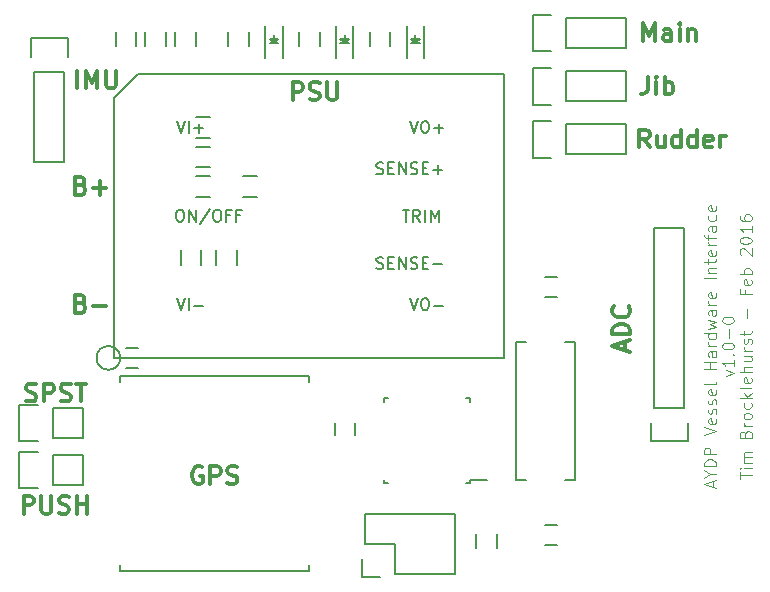
<source format=gto>
G04 #@! TF.FileFunction,Legend,Top*
%FSLAX46Y46*%
G04 Gerber Fmt 4.6, Leading zero omitted, Abs format (unit mm)*
G04 Created by KiCad (PCBNEW (2015-09-20 BZR 6203, Git 66a9b04)-product) date Sat 13 Feb 2016 19:56:21 GMT*
%MOMM*%
G01*
G04 APERTURE LIST*
%ADD10C,0.100000*%
%ADD11C,0.300000*%
%ADD12C,0.150000*%
G04 APERTURE END LIST*
D10*
X177166667Y-87428574D02*
X177166667Y-86952383D01*
X177452381Y-87523812D02*
X176452381Y-87190479D01*
X177452381Y-86857145D01*
X176976190Y-86333336D02*
X177452381Y-86333336D01*
X176452381Y-86666669D02*
X176976190Y-86333336D01*
X176452381Y-86000002D01*
X177452381Y-85666669D02*
X176452381Y-85666669D01*
X176452381Y-85428574D01*
X176500000Y-85285716D01*
X176595238Y-85190478D01*
X176690476Y-85142859D01*
X176880952Y-85095240D01*
X177023810Y-85095240D01*
X177214286Y-85142859D01*
X177309524Y-85190478D01*
X177404762Y-85285716D01*
X177452381Y-85428574D01*
X177452381Y-85666669D01*
X177452381Y-84666669D02*
X176452381Y-84666669D01*
X176452381Y-84285716D01*
X176500000Y-84190478D01*
X176547619Y-84142859D01*
X176642857Y-84095240D01*
X176785714Y-84095240D01*
X176880952Y-84142859D01*
X176928571Y-84190478D01*
X176976190Y-84285716D01*
X176976190Y-84666669D01*
X176452381Y-83047621D02*
X177452381Y-82714288D01*
X176452381Y-82380954D01*
X177404762Y-81666668D02*
X177452381Y-81761906D01*
X177452381Y-81952383D01*
X177404762Y-82047621D01*
X177309524Y-82095240D01*
X176928571Y-82095240D01*
X176833333Y-82047621D01*
X176785714Y-81952383D01*
X176785714Y-81761906D01*
X176833333Y-81666668D01*
X176928571Y-81619049D01*
X177023810Y-81619049D01*
X177119048Y-82095240D01*
X177404762Y-81238097D02*
X177452381Y-81142859D01*
X177452381Y-80952383D01*
X177404762Y-80857144D01*
X177309524Y-80809525D01*
X177261905Y-80809525D01*
X177166667Y-80857144D01*
X177119048Y-80952383D01*
X177119048Y-81095240D01*
X177071429Y-81190478D01*
X176976190Y-81238097D01*
X176928571Y-81238097D01*
X176833333Y-81190478D01*
X176785714Y-81095240D01*
X176785714Y-80952383D01*
X176833333Y-80857144D01*
X177404762Y-80428573D02*
X177452381Y-80333335D01*
X177452381Y-80142859D01*
X177404762Y-80047620D01*
X177309524Y-80000001D01*
X177261905Y-80000001D01*
X177166667Y-80047620D01*
X177119048Y-80142859D01*
X177119048Y-80285716D01*
X177071429Y-80380954D01*
X176976190Y-80428573D01*
X176928571Y-80428573D01*
X176833333Y-80380954D01*
X176785714Y-80285716D01*
X176785714Y-80142859D01*
X176833333Y-80047620D01*
X177404762Y-79190477D02*
X177452381Y-79285715D01*
X177452381Y-79476192D01*
X177404762Y-79571430D01*
X177309524Y-79619049D01*
X176928571Y-79619049D01*
X176833333Y-79571430D01*
X176785714Y-79476192D01*
X176785714Y-79285715D01*
X176833333Y-79190477D01*
X176928571Y-79142858D01*
X177023810Y-79142858D01*
X177119048Y-79619049D01*
X177452381Y-78571430D02*
X177404762Y-78666668D01*
X177309524Y-78714287D01*
X176452381Y-78714287D01*
X177452381Y-77428572D02*
X176452381Y-77428572D01*
X176928571Y-77428572D02*
X176928571Y-76857143D01*
X177452381Y-76857143D02*
X176452381Y-76857143D01*
X177452381Y-75952381D02*
X176928571Y-75952381D01*
X176833333Y-76000000D01*
X176785714Y-76095238D01*
X176785714Y-76285715D01*
X176833333Y-76380953D01*
X177404762Y-75952381D02*
X177452381Y-76047619D01*
X177452381Y-76285715D01*
X177404762Y-76380953D01*
X177309524Y-76428572D01*
X177214286Y-76428572D01*
X177119048Y-76380953D01*
X177071429Y-76285715D01*
X177071429Y-76047619D01*
X177023810Y-75952381D01*
X177452381Y-75476191D02*
X176785714Y-75476191D01*
X176976190Y-75476191D02*
X176880952Y-75428572D01*
X176833333Y-75380953D01*
X176785714Y-75285715D01*
X176785714Y-75190476D01*
X177452381Y-74428571D02*
X176452381Y-74428571D01*
X177404762Y-74428571D02*
X177452381Y-74523809D01*
X177452381Y-74714286D01*
X177404762Y-74809524D01*
X177357143Y-74857143D01*
X177261905Y-74904762D01*
X176976190Y-74904762D01*
X176880952Y-74857143D01*
X176833333Y-74809524D01*
X176785714Y-74714286D01*
X176785714Y-74523809D01*
X176833333Y-74428571D01*
X176785714Y-74047619D02*
X177452381Y-73857143D01*
X176976190Y-73666666D01*
X177452381Y-73476190D01*
X176785714Y-73285714D01*
X177452381Y-72476190D02*
X176928571Y-72476190D01*
X176833333Y-72523809D01*
X176785714Y-72619047D01*
X176785714Y-72809524D01*
X176833333Y-72904762D01*
X177404762Y-72476190D02*
X177452381Y-72571428D01*
X177452381Y-72809524D01*
X177404762Y-72904762D01*
X177309524Y-72952381D01*
X177214286Y-72952381D01*
X177119048Y-72904762D01*
X177071429Y-72809524D01*
X177071429Y-72571428D01*
X177023810Y-72476190D01*
X177452381Y-72000000D02*
X176785714Y-72000000D01*
X176976190Y-72000000D02*
X176880952Y-71952381D01*
X176833333Y-71904762D01*
X176785714Y-71809524D01*
X176785714Y-71714285D01*
X177404762Y-70999999D02*
X177452381Y-71095237D01*
X177452381Y-71285714D01*
X177404762Y-71380952D01*
X177309524Y-71428571D01*
X176928571Y-71428571D01*
X176833333Y-71380952D01*
X176785714Y-71285714D01*
X176785714Y-71095237D01*
X176833333Y-70999999D01*
X176928571Y-70952380D01*
X177023810Y-70952380D01*
X177119048Y-71428571D01*
X177452381Y-69761904D02*
X176452381Y-69761904D01*
X176785714Y-69285714D02*
X177452381Y-69285714D01*
X176880952Y-69285714D02*
X176833333Y-69238095D01*
X176785714Y-69142857D01*
X176785714Y-68999999D01*
X176833333Y-68904761D01*
X176928571Y-68857142D01*
X177452381Y-68857142D01*
X176785714Y-68523809D02*
X176785714Y-68142857D01*
X176452381Y-68380952D02*
X177309524Y-68380952D01*
X177404762Y-68333333D01*
X177452381Y-68238095D01*
X177452381Y-68142857D01*
X177404762Y-67428570D02*
X177452381Y-67523808D01*
X177452381Y-67714285D01*
X177404762Y-67809523D01*
X177309524Y-67857142D01*
X176928571Y-67857142D01*
X176833333Y-67809523D01*
X176785714Y-67714285D01*
X176785714Y-67523808D01*
X176833333Y-67428570D01*
X176928571Y-67380951D01*
X177023810Y-67380951D01*
X177119048Y-67857142D01*
X177452381Y-66952380D02*
X176785714Y-66952380D01*
X176976190Y-66952380D02*
X176880952Y-66904761D01*
X176833333Y-66857142D01*
X176785714Y-66761904D01*
X176785714Y-66666665D01*
X176785714Y-66476189D02*
X176785714Y-66095237D01*
X177452381Y-66333332D02*
X176595238Y-66333332D01*
X176500000Y-66285713D01*
X176452381Y-66190475D01*
X176452381Y-66095237D01*
X177452381Y-65333331D02*
X176928571Y-65333331D01*
X176833333Y-65380950D01*
X176785714Y-65476188D01*
X176785714Y-65666665D01*
X176833333Y-65761903D01*
X177404762Y-65333331D02*
X177452381Y-65428569D01*
X177452381Y-65666665D01*
X177404762Y-65761903D01*
X177309524Y-65809522D01*
X177214286Y-65809522D01*
X177119048Y-65761903D01*
X177071429Y-65666665D01*
X177071429Y-65428569D01*
X177023810Y-65333331D01*
X177404762Y-64428569D02*
X177452381Y-64523807D01*
X177452381Y-64714284D01*
X177404762Y-64809522D01*
X177357143Y-64857141D01*
X177261905Y-64904760D01*
X176976190Y-64904760D01*
X176880952Y-64857141D01*
X176833333Y-64809522D01*
X176785714Y-64714284D01*
X176785714Y-64523807D01*
X176833333Y-64428569D01*
X177404762Y-63619045D02*
X177452381Y-63714283D01*
X177452381Y-63904760D01*
X177404762Y-63999998D01*
X177309524Y-64047617D01*
X176928571Y-64047617D01*
X176833333Y-63999998D01*
X176785714Y-63904760D01*
X176785714Y-63714283D01*
X176833333Y-63619045D01*
X176928571Y-63571426D01*
X177023810Y-63571426D01*
X177119048Y-64047617D01*
X178285714Y-78023809D02*
X178952381Y-77785714D01*
X178285714Y-77547618D01*
X178952381Y-76642856D02*
X178952381Y-77214285D01*
X178952381Y-76928571D02*
X177952381Y-76928571D01*
X178095238Y-77023809D01*
X178190476Y-77119047D01*
X178238095Y-77214285D01*
X178857143Y-76214285D02*
X178904762Y-76166666D01*
X178952381Y-76214285D01*
X178904762Y-76261904D01*
X178857143Y-76214285D01*
X178952381Y-76214285D01*
X177952381Y-75547619D02*
X177952381Y-75452380D01*
X178000000Y-75357142D01*
X178047619Y-75309523D01*
X178142857Y-75261904D01*
X178333333Y-75214285D01*
X178571429Y-75214285D01*
X178761905Y-75261904D01*
X178857143Y-75309523D01*
X178904762Y-75357142D01*
X178952381Y-75452380D01*
X178952381Y-75547619D01*
X178904762Y-75642857D01*
X178857143Y-75690476D01*
X178761905Y-75738095D01*
X178571429Y-75785714D01*
X178333333Y-75785714D01*
X178142857Y-75738095D01*
X178047619Y-75690476D01*
X178000000Y-75642857D01*
X177952381Y-75547619D01*
X178571429Y-74785714D02*
X178571429Y-74023809D01*
X177952381Y-73357143D02*
X177952381Y-73261904D01*
X178000000Y-73166666D01*
X178047619Y-73119047D01*
X178142857Y-73071428D01*
X178333333Y-73023809D01*
X178571429Y-73023809D01*
X178761905Y-73071428D01*
X178857143Y-73119047D01*
X178904762Y-73166666D01*
X178952381Y-73261904D01*
X178952381Y-73357143D01*
X178904762Y-73452381D01*
X178857143Y-73500000D01*
X178761905Y-73547619D01*
X178571429Y-73595238D01*
X178333333Y-73595238D01*
X178142857Y-73547619D01*
X178047619Y-73500000D01*
X178000000Y-73452381D01*
X177952381Y-73357143D01*
X179452381Y-86738097D02*
X179452381Y-86166668D01*
X180452381Y-86452383D02*
X179452381Y-86452383D01*
X180452381Y-85833335D02*
X179785714Y-85833335D01*
X179452381Y-85833335D02*
X179500000Y-85880954D01*
X179547619Y-85833335D01*
X179500000Y-85785716D01*
X179452381Y-85833335D01*
X179547619Y-85833335D01*
X180452381Y-85357145D02*
X179785714Y-85357145D01*
X179880952Y-85357145D02*
X179833333Y-85309526D01*
X179785714Y-85214288D01*
X179785714Y-85071430D01*
X179833333Y-84976192D01*
X179928571Y-84928573D01*
X180452381Y-84928573D01*
X179928571Y-84928573D02*
X179833333Y-84880954D01*
X179785714Y-84785716D01*
X179785714Y-84642859D01*
X179833333Y-84547621D01*
X179928571Y-84500002D01*
X180452381Y-84500002D01*
X179928571Y-82928573D02*
X179976190Y-82785716D01*
X180023810Y-82738097D01*
X180119048Y-82690478D01*
X180261905Y-82690478D01*
X180357143Y-82738097D01*
X180404762Y-82785716D01*
X180452381Y-82880954D01*
X180452381Y-83261907D01*
X179452381Y-83261907D01*
X179452381Y-82928573D01*
X179500000Y-82833335D01*
X179547619Y-82785716D01*
X179642857Y-82738097D01*
X179738095Y-82738097D01*
X179833333Y-82785716D01*
X179880952Y-82833335D01*
X179928571Y-82928573D01*
X179928571Y-83261907D01*
X180452381Y-82261907D02*
X179785714Y-82261907D01*
X179976190Y-82261907D02*
X179880952Y-82214288D01*
X179833333Y-82166669D01*
X179785714Y-82071431D01*
X179785714Y-81976192D01*
X180452381Y-81500002D02*
X180404762Y-81595240D01*
X180357143Y-81642859D01*
X180261905Y-81690478D01*
X179976190Y-81690478D01*
X179880952Y-81642859D01*
X179833333Y-81595240D01*
X179785714Y-81500002D01*
X179785714Y-81357144D01*
X179833333Y-81261906D01*
X179880952Y-81214287D01*
X179976190Y-81166668D01*
X180261905Y-81166668D01*
X180357143Y-81214287D01*
X180404762Y-81261906D01*
X180452381Y-81357144D01*
X180452381Y-81500002D01*
X180404762Y-80309525D02*
X180452381Y-80404763D01*
X180452381Y-80595240D01*
X180404762Y-80690478D01*
X180357143Y-80738097D01*
X180261905Y-80785716D01*
X179976190Y-80785716D01*
X179880952Y-80738097D01*
X179833333Y-80690478D01*
X179785714Y-80595240D01*
X179785714Y-80404763D01*
X179833333Y-80309525D01*
X180452381Y-79880954D02*
X179452381Y-79880954D01*
X180071429Y-79785716D02*
X180452381Y-79500001D01*
X179785714Y-79500001D02*
X180166667Y-79880954D01*
X180452381Y-78928573D02*
X180404762Y-79023811D01*
X180309524Y-79071430D01*
X179452381Y-79071430D01*
X180404762Y-78166667D02*
X180452381Y-78261905D01*
X180452381Y-78452382D01*
X180404762Y-78547620D01*
X180309524Y-78595239D01*
X179928571Y-78595239D01*
X179833333Y-78547620D01*
X179785714Y-78452382D01*
X179785714Y-78261905D01*
X179833333Y-78166667D01*
X179928571Y-78119048D01*
X180023810Y-78119048D01*
X180119048Y-78595239D01*
X180452381Y-77690477D02*
X179452381Y-77690477D01*
X180452381Y-77261905D02*
X179928571Y-77261905D01*
X179833333Y-77309524D01*
X179785714Y-77404762D01*
X179785714Y-77547620D01*
X179833333Y-77642858D01*
X179880952Y-77690477D01*
X179785714Y-76357143D02*
X180452381Y-76357143D01*
X179785714Y-76785715D02*
X180309524Y-76785715D01*
X180404762Y-76738096D01*
X180452381Y-76642858D01*
X180452381Y-76500000D01*
X180404762Y-76404762D01*
X180357143Y-76357143D01*
X180452381Y-75880953D02*
X179785714Y-75880953D01*
X179976190Y-75880953D02*
X179880952Y-75833334D01*
X179833333Y-75785715D01*
X179785714Y-75690477D01*
X179785714Y-75595238D01*
X180404762Y-75309524D02*
X180452381Y-75214286D01*
X180452381Y-75023810D01*
X180404762Y-74928571D01*
X180309524Y-74880952D01*
X180261905Y-74880952D01*
X180166667Y-74928571D01*
X180119048Y-75023810D01*
X180119048Y-75166667D01*
X180071429Y-75261905D01*
X179976190Y-75309524D01*
X179928571Y-75309524D01*
X179833333Y-75261905D01*
X179785714Y-75166667D01*
X179785714Y-75023810D01*
X179833333Y-74928571D01*
X179785714Y-74595238D02*
X179785714Y-74214286D01*
X179452381Y-74452381D02*
X180309524Y-74452381D01*
X180404762Y-74404762D01*
X180452381Y-74309524D01*
X180452381Y-74214286D01*
X180071429Y-73119047D02*
X180071429Y-72357142D01*
X179928571Y-70785713D02*
X179928571Y-71119047D01*
X180452381Y-71119047D02*
X179452381Y-71119047D01*
X179452381Y-70642856D01*
X180404762Y-69880951D02*
X180452381Y-69976189D01*
X180452381Y-70166666D01*
X180404762Y-70261904D01*
X180309524Y-70309523D01*
X179928571Y-70309523D01*
X179833333Y-70261904D01*
X179785714Y-70166666D01*
X179785714Y-69976189D01*
X179833333Y-69880951D01*
X179928571Y-69833332D01*
X180023810Y-69833332D01*
X180119048Y-70309523D01*
X180452381Y-69404761D02*
X179452381Y-69404761D01*
X179833333Y-69404761D02*
X179785714Y-69309523D01*
X179785714Y-69119046D01*
X179833333Y-69023808D01*
X179880952Y-68976189D01*
X179976190Y-68928570D01*
X180261905Y-68928570D01*
X180357143Y-68976189D01*
X180404762Y-69023808D01*
X180452381Y-69119046D01*
X180452381Y-69309523D01*
X180404762Y-69404761D01*
X179547619Y-67785713D02*
X179500000Y-67738094D01*
X179452381Y-67642856D01*
X179452381Y-67404760D01*
X179500000Y-67309522D01*
X179547619Y-67261903D01*
X179642857Y-67214284D01*
X179738095Y-67214284D01*
X179880952Y-67261903D01*
X180452381Y-67833332D01*
X180452381Y-67214284D01*
X179452381Y-66595237D02*
X179452381Y-66499998D01*
X179500000Y-66404760D01*
X179547619Y-66357141D01*
X179642857Y-66309522D01*
X179833333Y-66261903D01*
X180071429Y-66261903D01*
X180261905Y-66309522D01*
X180357143Y-66357141D01*
X180404762Y-66404760D01*
X180452381Y-66499998D01*
X180452381Y-66595237D01*
X180404762Y-66690475D01*
X180357143Y-66738094D01*
X180261905Y-66785713D01*
X180071429Y-66833332D01*
X179833333Y-66833332D01*
X179642857Y-66785713D01*
X179547619Y-66738094D01*
X179500000Y-66690475D01*
X179452381Y-66595237D01*
X180452381Y-65309522D02*
X180452381Y-65880951D01*
X180452381Y-65595237D02*
X179452381Y-65595237D01*
X179595238Y-65690475D01*
X179690476Y-65785713D01*
X179738095Y-65880951D01*
X179452381Y-64452379D02*
X179452381Y-64642856D01*
X179500000Y-64738094D01*
X179547619Y-64785713D01*
X179690476Y-64880951D01*
X179880952Y-64928570D01*
X180261905Y-64928570D01*
X180357143Y-64880951D01*
X180404762Y-64833332D01*
X180452381Y-64738094D01*
X180452381Y-64547617D01*
X180404762Y-64452379D01*
X180357143Y-64404760D01*
X180261905Y-64357141D01*
X180023810Y-64357141D01*
X179928571Y-64404760D01*
X179880952Y-64452379D01*
X179833333Y-64547617D01*
X179833333Y-64738094D01*
X179880952Y-64833332D01*
X179928571Y-64880951D01*
X180023810Y-64928570D01*
D11*
X141607143Y-54678571D02*
X141607143Y-53178571D01*
X142178571Y-53178571D01*
X142321429Y-53250000D01*
X142392857Y-53321429D01*
X142464286Y-53464286D01*
X142464286Y-53678571D01*
X142392857Y-53821429D01*
X142321429Y-53892857D01*
X142178571Y-53964286D01*
X141607143Y-53964286D01*
X143035714Y-54607143D02*
X143250000Y-54678571D01*
X143607143Y-54678571D01*
X143750000Y-54607143D01*
X143821429Y-54535714D01*
X143892857Y-54392857D01*
X143892857Y-54250000D01*
X143821429Y-54107143D01*
X143750000Y-54035714D01*
X143607143Y-53964286D01*
X143321429Y-53892857D01*
X143178571Y-53821429D01*
X143107143Y-53750000D01*
X143035714Y-53607143D01*
X143035714Y-53464286D01*
X143107143Y-53321429D01*
X143178571Y-53250000D01*
X143321429Y-53178571D01*
X143678571Y-53178571D01*
X143892857Y-53250000D01*
X144535714Y-53178571D02*
X144535714Y-54392857D01*
X144607142Y-54535714D01*
X144678571Y-54607143D01*
X144821428Y-54678571D01*
X145107142Y-54678571D01*
X145250000Y-54607143D01*
X145321428Y-54535714D01*
X145392857Y-54392857D01*
X145392857Y-53178571D01*
X133928572Y-85750000D02*
X133785715Y-85678571D01*
X133571429Y-85678571D01*
X133357144Y-85750000D01*
X133214286Y-85892857D01*
X133142858Y-86035714D01*
X133071429Y-86321429D01*
X133071429Y-86535714D01*
X133142858Y-86821429D01*
X133214286Y-86964286D01*
X133357144Y-87107143D01*
X133571429Y-87178571D01*
X133714286Y-87178571D01*
X133928572Y-87107143D01*
X134000001Y-87035714D01*
X134000001Y-86535714D01*
X133714286Y-86535714D01*
X134642858Y-87178571D02*
X134642858Y-85678571D01*
X135214286Y-85678571D01*
X135357144Y-85750000D01*
X135428572Y-85821429D01*
X135500001Y-85964286D01*
X135500001Y-86178571D01*
X135428572Y-86321429D01*
X135357144Y-86392857D01*
X135214286Y-86464286D01*
X134642858Y-86464286D01*
X136071429Y-87107143D02*
X136285715Y-87178571D01*
X136642858Y-87178571D01*
X136785715Y-87107143D01*
X136857144Y-87035714D01*
X136928572Y-86892857D01*
X136928572Y-86750000D01*
X136857144Y-86607143D01*
X136785715Y-86535714D01*
X136642858Y-86464286D01*
X136357144Y-86392857D01*
X136214286Y-86321429D01*
X136142858Y-86250000D01*
X136071429Y-86107143D01*
X136071429Y-85964286D01*
X136142858Y-85821429D01*
X136214286Y-85750000D01*
X136357144Y-85678571D01*
X136714286Y-85678571D01*
X136928572Y-85750000D01*
X169750000Y-75857143D02*
X169750000Y-75142857D01*
X170178571Y-76000000D02*
X168678571Y-75500000D01*
X170178571Y-75000000D01*
X170178571Y-74500000D02*
X168678571Y-74500000D01*
X168678571Y-74142857D01*
X168750000Y-73928572D01*
X168892857Y-73785714D01*
X169035714Y-73714286D01*
X169321429Y-73642857D01*
X169535714Y-73642857D01*
X169821429Y-73714286D01*
X169964286Y-73785714D01*
X170107143Y-73928572D01*
X170178571Y-74142857D01*
X170178571Y-74500000D01*
X170035714Y-72142857D02*
X170107143Y-72214286D01*
X170178571Y-72428572D01*
X170178571Y-72571429D01*
X170107143Y-72785714D01*
X169964286Y-72928572D01*
X169821429Y-73000000D01*
X169535714Y-73071429D01*
X169321429Y-73071429D01*
X169035714Y-73000000D01*
X168892857Y-72928572D01*
X168750000Y-72785714D01*
X168678571Y-72571429D01*
X168678571Y-72428572D01*
X168750000Y-72214286D01*
X168821429Y-72142857D01*
X123357143Y-53678571D02*
X123357143Y-52178571D01*
X124071429Y-53678571D02*
X124071429Y-52178571D01*
X124571429Y-53250000D01*
X125071429Y-52178571D01*
X125071429Y-53678571D01*
X125785715Y-52178571D02*
X125785715Y-53392857D01*
X125857143Y-53535714D01*
X125928572Y-53607143D01*
X126071429Y-53678571D01*
X126357143Y-53678571D01*
X126500001Y-53607143D01*
X126571429Y-53535714D01*
X126642858Y-53392857D01*
X126642858Y-52178571D01*
X118821429Y-89678571D02*
X118821429Y-88178571D01*
X119392857Y-88178571D01*
X119535715Y-88250000D01*
X119607143Y-88321429D01*
X119678572Y-88464286D01*
X119678572Y-88678571D01*
X119607143Y-88821429D01*
X119535715Y-88892857D01*
X119392857Y-88964286D01*
X118821429Y-88964286D01*
X120321429Y-88178571D02*
X120321429Y-89392857D01*
X120392857Y-89535714D01*
X120464286Y-89607143D01*
X120607143Y-89678571D01*
X120892857Y-89678571D01*
X121035715Y-89607143D01*
X121107143Y-89535714D01*
X121178572Y-89392857D01*
X121178572Y-88178571D01*
X121821429Y-89607143D02*
X122035715Y-89678571D01*
X122392858Y-89678571D01*
X122535715Y-89607143D01*
X122607144Y-89535714D01*
X122678572Y-89392857D01*
X122678572Y-89250000D01*
X122607144Y-89107143D01*
X122535715Y-89035714D01*
X122392858Y-88964286D01*
X122107144Y-88892857D01*
X121964286Y-88821429D01*
X121892858Y-88750000D01*
X121821429Y-88607143D01*
X121821429Y-88464286D01*
X121892858Y-88321429D01*
X121964286Y-88250000D01*
X122107144Y-88178571D01*
X122464286Y-88178571D01*
X122678572Y-88250000D01*
X123321429Y-89678571D02*
X123321429Y-88178571D01*
X123321429Y-88892857D02*
X124178572Y-88892857D01*
X124178572Y-89678571D02*
X124178572Y-88178571D01*
X119035715Y-80107143D02*
X119250001Y-80178571D01*
X119607144Y-80178571D01*
X119750001Y-80107143D01*
X119821430Y-80035714D01*
X119892858Y-79892857D01*
X119892858Y-79750000D01*
X119821430Y-79607143D01*
X119750001Y-79535714D01*
X119607144Y-79464286D01*
X119321430Y-79392857D01*
X119178572Y-79321429D01*
X119107144Y-79250000D01*
X119035715Y-79107143D01*
X119035715Y-78964286D01*
X119107144Y-78821429D01*
X119178572Y-78750000D01*
X119321430Y-78678571D01*
X119678572Y-78678571D01*
X119892858Y-78750000D01*
X120535715Y-80178571D02*
X120535715Y-78678571D01*
X121107143Y-78678571D01*
X121250001Y-78750000D01*
X121321429Y-78821429D01*
X121392858Y-78964286D01*
X121392858Y-79178571D01*
X121321429Y-79321429D01*
X121250001Y-79392857D01*
X121107143Y-79464286D01*
X120535715Y-79464286D01*
X121964286Y-80107143D02*
X122178572Y-80178571D01*
X122535715Y-80178571D01*
X122678572Y-80107143D01*
X122750001Y-80035714D01*
X122821429Y-79892857D01*
X122821429Y-79750000D01*
X122750001Y-79607143D01*
X122678572Y-79535714D01*
X122535715Y-79464286D01*
X122250001Y-79392857D01*
X122107143Y-79321429D01*
X122035715Y-79250000D01*
X121964286Y-79107143D01*
X121964286Y-78964286D01*
X122035715Y-78821429D01*
X122107143Y-78750000D01*
X122250001Y-78678571D01*
X122607143Y-78678571D01*
X122821429Y-78750000D01*
X123250000Y-78678571D02*
X124107143Y-78678571D01*
X123678572Y-80178571D02*
X123678572Y-78678571D01*
X123678572Y-71892857D02*
X123892858Y-71964286D01*
X123964286Y-72035714D01*
X124035715Y-72178571D01*
X124035715Y-72392857D01*
X123964286Y-72535714D01*
X123892858Y-72607143D01*
X123750000Y-72678571D01*
X123178572Y-72678571D01*
X123178572Y-71178571D01*
X123678572Y-71178571D01*
X123821429Y-71250000D01*
X123892858Y-71321429D01*
X123964286Y-71464286D01*
X123964286Y-71607143D01*
X123892858Y-71750000D01*
X123821429Y-71821429D01*
X123678572Y-71892857D01*
X123178572Y-71892857D01*
X124678572Y-72107143D02*
X125821429Y-72107143D01*
X123678572Y-61892857D02*
X123892858Y-61964286D01*
X123964286Y-62035714D01*
X124035715Y-62178571D01*
X124035715Y-62392857D01*
X123964286Y-62535714D01*
X123892858Y-62607143D01*
X123750000Y-62678571D01*
X123178572Y-62678571D01*
X123178572Y-61178571D01*
X123678572Y-61178571D01*
X123821429Y-61250000D01*
X123892858Y-61321429D01*
X123964286Y-61464286D01*
X123964286Y-61607143D01*
X123892858Y-61750000D01*
X123821429Y-61821429D01*
X123678572Y-61892857D01*
X123178572Y-61892857D01*
X124678572Y-62107143D02*
X125821429Y-62107143D01*
X125250000Y-62678571D02*
X125250000Y-61535714D01*
X171285714Y-49678571D02*
X171285714Y-48178571D01*
X171785714Y-49250000D01*
X172285714Y-48178571D01*
X172285714Y-49678571D01*
X173642857Y-49678571D02*
X173642857Y-48892857D01*
X173571428Y-48750000D01*
X173428571Y-48678571D01*
X173142857Y-48678571D01*
X173000000Y-48750000D01*
X173642857Y-49607143D02*
X173500000Y-49678571D01*
X173142857Y-49678571D01*
X173000000Y-49607143D01*
X172928571Y-49464286D01*
X172928571Y-49321429D01*
X173000000Y-49178571D01*
X173142857Y-49107143D01*
X173500000Y-49107143D01*
X173642857Y-49035714D01*
X174357143Y-49678571D02*
X174357143Y-48678571D01*
X174357143Y-48178571D02*
X174285714Y-48250000D01*
X174357143Y-48321429D01*
X174428571Y-48250000D01*
X174357143Y-48178571D01*
X174357143Y-48321429D01*
X175071429Y-48678571D02*
X175071429Y-49678571D01*
X175071429Y-48821429D02*
X175142857Y-48750000D01*
X175285715Y-48678571D01*
X175500000Y-48678571D01*
X175642857Y-48750000D01*
X175714286Y-48892857D01*
X175714286Y-49678571D01*
X171678571Y-52678571D02*
X171678571Y-53750000D01*
X171607143Y-53964286D01*
X171464286Y-54107143D01*
X171250000Y-54178571D01*
X171107143Y-54178571D01*
X172392857Y-54178571D02*
X172392857Y-53178571D01*
X172392857Y-52678571D02*
X172321428Y-52750000D01*
X172392857Y-52821429D01*
X172464285Y-52750000D01*
X172392857Y-52678571D01*
X172392857Y-52821429D01*
X173107143Y-54178571D02*
X173107143Y-52678571D01*
X173107143Y-53250000D02*
X173250000Y-53178571D01*
X173535714Y-53178571D01*
X173678571Y-53250000D01*
X173750000Y-53321429D01*
X173821429Y-53464286D01*
X173821429Y-53892857D01*
X173750000Y-54035714D01*
X173678571Y-54107143D01*
X173535714Y-54178571D01*
X173250000Y-54178571D01*
X173107143Y-54107143D01*
X171821429Y-58678571D02*
X171321429Y-57964286D01*
X170964286Y-58678571D02*
X170964286Y-57178571D01*
X171535714Y-57178571D01*
X171678572Y-57250000D01*
X171750000Y-57321429D01*
X171821429Y-57464286D01*
X171821429Y-57678571D01*
X171750000Y-57821429D01*
X171678572Y-57892857D01*
X171535714Y-57964286D01*
X170964286Y-57964286D01*
X173107143Y-57678571D02*
X173107143Y-58678571D01*
X172464286Y-57678571D02*
X172464286Y-58464286D01*
X172535714Y-58607143D01*
X172678572Y-58678571D01*
X172892857Y-58678571D01*
X173035714Y-58607143D01*
X173107143Y-58535714D01*
X174464286Y-58678571D02*
X174464286Y-57178571D01*
X174464286Y-58607143D02*
X174321429Y-58678571D01*
X174035715Y-58678571D01*
X173892857Y-58607143D01*
X173821429Y-58535714D01*
X173750000Y-58392857D01*
X173750000Y-57964286D01*
X173821429Y-57821429D01*
X173892857Y-57750000D01*
X174035715Y-57678571D01*
X174321429Y-57678571D01*
X174464286Y-57750000D01*
X175821429Y-58678571D02*
X175821429Y-57178571D01*
X175821429Y-58607143D02*
X175678572Y-58678571D01*
X175392858Y-58678571D01*
X175250000Y-58607143D01*
X175178572Y-58535714D01*
X175107143Y-58392857D01*
X175107143Y-57964286D01*
X175178572Y-57821429D01*
X175250000Y-57750000D01*
X175392858Y-57678571D01*
X175678572Y-57678571D01*
X175821429Y-57750000D01*
X177107143Y-58607143D02*
X176964286Y-58678571D01*
X176678572Y-58678571D01*
X176535715Y-58607143D01*
X176464286Y-58464286D01*
X176464286Y-57892857D01*
X176535715Y-57750000D01*
X176678572Y-57678571D01*
X176964286Y-57678571D01*
X177107143Y-57750000D01*
X177178572Y-57892857D01*
X177178572Y-58035714D01*
X176464286Y-58178571D01*
X177821429Y-58678571D02*
X177821429Y-57678571D01*
X177821429Y-57964286D02*
X177892857Y-57821429D01*
X177964286Y-57750000D01*
X178107143Y-57678571D01*
X178250000Y-57678571D01*
D12*
X146850000Y-83000000D02*
X146850000Y-82000000D01*
X145150000Y-82000000D02*
X145150000Y-83000000D01*
X164000000Y-90650000D02*
X163000000Y-90650000D01*
X163000000Y-92350000D02*
X164000000Y-92350000D01*
X164000000Y-69650000D02*
X163000000Y-69650000D01*
X163000000Y-71350000D02*
X164000000Y-71350000D01*
X128500000Y-75650000D02*
X127500000Y-75650000D01*
X127500000Y-77350000D02*
X128500000Y-77350000D01*
X140750000Y-51100000D02*
X140750000Y-48400000D01*
X139250000Y-51100000D02*
X139250000Y-48400000D01*
X140150000Y-49600000D02*
X139900000Y-49600000D01*
X139900000Y-49600000D02*
X140050000Y-49750000D01*
X139650000Y-49850000D02*
X140350000Y-49850000D01*
X140000000Y-49500000D02*
X140000000Y-49150000D01*
X140000000Y-49850000D02*
X139650000Y-49500000D01*
X139650000Y-49500000D02*
X140350000Y-49500000D01*
X140350000Y-49500000D02*
X140000000Y-49850000D01*
X146750000Y-51100000D02*
X146750000Y-48400000D01*
X145250000Y-51100000D02*
X145250000Y-48400000D01*
X146150000Y-49600000D02*
X145900000Y-49600000D01*
X145900000Y-49600000D02*
X146050000Y-49750000D01*
X145650000Y-49850000D02*
X146350000Y-49850000D01*
X146000000Y-49500000D02*
X146000000Y-49150000D01*
X146000000Y-49850000D02*
X145650000Y-49500000D01*
X145650000Y-49500000D02*
X146350000Y-49500000D01*
X146350000Y-49500000D02*
X146000000Y-49850000D01*
X152750000Y-51100000D02*
X152750000Y-48400000D01*
X151250000Y-51100000D02*
X151250000Y-48400000D01*
X152150000Y-49600000D02*
X151900000Y-49600000D01*
X151900000Y-49600000D02*
X152050000Y-49750000D01*
X151650000Y-49850000D02*
X152350000Y-49850000D01*
X152000000Y-49500000D02*
X152000000Y-49150000D01*
X152000000Y-49850000D02*
X151650000Y-49500000D01*
X151650000Y-49500000D02*
X152350000Y-49500000D01*
X152350000Y-49500000D02*
X152000000Y-49850000D01*
X156625000Y-87125000D02*
X156625000Y-86800000D01*
X149375000Y-87125000D02*
X149375000Y-86800000D01*
X149375000Y-79875000D02*
X149375000Y-80200000D01*
X156625000Y-79875000D02*
X156625000Y-80200000D01*
X156625000Y-87125000D02*
X156300000Y-87125000D01*
X156625000Y-79875000D02*
X156300000Y-79875000D01*
X149375000Y-79875000D02*
X149700000Y-79875000D01*
X149375000Y-87125000D02*
X149700000Y-87125000D01*
X156625000Y-86800000D02*
X158050000Y-86800000D01*
X164770000Y-50270000D02*
X169850000Y-50270000D01*
X169850000Y-50270000D02*
X169850000Y-47730000D01*
X169850000Y-47730000D02*
X164770000Y-47730000D01*
X161950000Y-47450000D02*
X163500000Y-47450000D01*
X164770000Y-47730000D02*
X164770000Y-50270000D01*
X163500000Y-50550000D02*
X161950000Y-50550000D01*
X161950000Y-50550000D02*
X161950000Y-47450000D01*
X164770000Y-54770000D02*
X169850000Y-54770000D01*
X169850000Y-54770000D02*
X169850000Y-52230000D01*
X169850000Y-52230000D02*
X164770000Y-52230000D01*
X161950000Y-51950000D02*
X163500000Y-51950000D01*
X164770000Y-52230000D02*
X164770000Y-54770000D01*
X163500000Y-55050000D02*
X161950000Y-55050000D01*
X161950000Y-55050000D02*
X161950000Y-51950000D01*
X164770000Y-59270000D02*
X169850000Y-59270000D01*
X169850000Y-59270000D02*
X169850000Y-56730000D01*
X169850000Y-56730000D02*
X164770000Y-56730000D01*
X161950000Y-56450000D02*
X163500000Y-56450000D01*
X164770000Y-56730000D02*
X164770000Y-59270000D01*
X163500000Y-59550000D02*
X161950000Y-59550000D01*
X161950000Y-59550000D02*
X161950000Y-56450000D01*
X119730000Y-52270000D02*
X119730000Y-59890000D01*
X122270000Y-52270000D02*
X122270000Y-59890000D01*
X122550000Y-49450000D02*
X122550000Y-51000000D01*
X119730000Y-59890000D02*
X122270000Y-59890000D01*
X122270000Y-52270000D02*
X119730000Y-52270000D01*
X119450000Y-51000000D02*
X119450000Y-49450000D01*
X119450000Y-49450000D02*
X122550000Y-49450000D01*
X131625000Y-50100000D02*
X131625000Y-48900000D01*
X133375000Y-48900000D02*
X133375000Y-50100000D01*
X136875000Y-67400000D02*
X136875000Y-68600000D01*
X135125000Y-68600000D02*
X135125000Y-67400000D01*
X132125000Y-68600000D02*
X132125000Y-67400000D01*
X133875000Y-67400000D02*
X133875000Y-68600000D01*
X136125000Y-50100000D02*
X136125000Y-48900000D01*
X137875000Y-48900000D02*
X137875000Y-50100000D01*
X142125000Y-50100000D02*
X142125000Y-48900000D01*
X143875000Y-48900000D02*
X143875000Y-50100000D01*
X148125000Y-50100000D02*
X148125000Y-48900000D01*
X149875000Y-48900000D02*
X149875000Y-50100000D01*
X157125000Y-92600000D02*
X157125000Y-91400000D01*
X158875000Y-91400000D02*
X158875000Y-92600000D01*
X130875000Y-48900000D02*
X130875000Y-50100000D01*
X129125000Y-50100000D02*
X129125000Y-48900000D01*
X128375000Y-48900000D02*
X128375000Y-50100000D01*
X126625000Y-50100000D02*
X126625000Y-48900000D01*
X121270000Y-80730000D02*
X123810000Y-80730000D01*
X118450000Y-80450000D02*
X120000000Y-80450000D01*
X121270000Y-80730000D02*
X121270000Y-83270000D01*
X120000000Y-83550000D02*
X118450000Y-83550000D01*
X118450000Y-83550000D02*
X118450000Y-80450000D01*
X121270000Y-83270000D02*
X123810000Y-83270000D01*
X123810000Y-83270000D02*
X123810000Y-80730000D01*
X126500000Y-76500000D02*
X159500000Y-76500000D01*
X159500000Y-52500000D02*
X128500000Y-52500000D01*
X128500000Y-52500000D02*
X126500000Y-54500000D01*
X126500000Y-76500000D02*
X126500000Y-54500000D01*
X159500000Y-52500000D02*
X159500000Y-76500000D01*
X127000000Y-76500000D02*
G75*
G03X127000000Y-76500000I-1000000J0D01*
G01*
X127000000Y-94000000D02*
X127000000Y-94500000D01*
X127000000Y-94500000D02*
X143000000Y-94500000D01*
X143000000Y-94500000D02*
X143000000Y-94000000D01*
X127000000Y-78500000D02*
X127000000Y-78000000D01*
X127000000Y-78000000D02*
X143000000Y-78000000D01*
X143000000Y-78000000D02*
X143000000Y-78500000D01*
X165499360Y-86849620D02*
X165499360Y-75150380D01*
X160500640Y-75150380D02*
X160500640Y-86849620D01*
X165499360Y-75150380D02*
X164651000Y-75150380D01*
X160500640Y-75150380D02*
X161349000Y-75150380D01*
X165499360Y-86849620D02*
X164651000Y-86849620D01*
X160500640Y-86849620D02*
X161349000Y-86849620D01*
X150270000Y-94770000D02*
X155350000Y-94770000D01*
X147450000Y-95050000D02*
X147450000Y-93500000D01*
X147730000Y-92230000D02*
X150270000Y-92230000D01*
X150270000Y-92230000D02*
X150270000Y-94770000D01*
X155350000Y-94770000D02*
X155350000Y-89690000D01*
X155350000Y-89690000D02*
X150270000Y-89690000D01*
X147450000Y-95050000D02*
X149000000Y-95050000D01*
X147730000Y-89690000D02*
X147730000Y-92230000D01*
X150270000Y-89690000D02*
X147730000Y-89690000D01*
X121270000Y-84730000D02*
X123810000Y-84730000D01*
X118450000Y-84450000D02*
X120000000Y-84450000D01*
X121270000Y-84730000D02*
X121270000Y-87270000D01*
X120000000Y-87550000D02*
X118450000Y-87550000D01*
X118450000Y-87550000D02*
X118450000Y-84450000D01*
X121270000Y-87270000D02*
X123810000Y-87270000D01*
X123810000Y-87270000D02*
X123810000Y-84730000D01*
X172230000Y-80730000D02*
X172230000Y-65490000D01*
X172230000Y-65490000D02*
X174770000Y-65490000D01*
X174770000Y-65490000D02*
X174770000Y-80730000D01*
X171950000Y-83550000D02*
X171950000Y-82000000D01*
X172230000Y-80730000D02*
X174770000Y-80730000D01*
X175050000Y-82000000D02*
X175050000Y-83550000D01*
X175050000Y-83550000D02*
X171950000Y-83550000D01*
X134600000Y-57875000D02*
X133400000Y-57875000D01*
X133400000Y-56125000D02*
X134600000Y-56125000D01*
X134600000Y-60375000D02*
X133400000Y-60375000D01*
X133400000Y-58625000D02*
X134600000Y-58625000D01*
X134600000Y-62875000D02*
X133400000Y-62875000D01*
X133400000Y-61125000D02*
X134600000Y-61125000D01*
X138600000Y-62875000D02*
X137400000Y-62875000D01*
X137400000Y-61125000D02*
X138600000Y-61125000D01*
X131809524Y-71452381D02*
X132142857Y-72452381D01*
X132476191Y-71452381D01*
X132809524Y-72452381D02*
X132809524Y-71452381D01*
X133285714Y-72071429D02*
X134047619Y-72071429D01*
X131809524Y-56452381D02*
X132142857Y-57452381D01*
X132476191Y-56452381D01*
X132809524Y-57452381D02*
X132809524Y-56452381D01*
X133285714Y-57071429D02*
X134047619Y-57071429D01*
X133666667Y-57452381D02*
X133666667Y-56690476D01*
X151523810Y-56452381D02*
X151857143Y-57452381D01*
X152190477Y-56452381D01*
X152714286Y-56452381D02*
X152904763Y-56452381D01*
X153000001Y-56500000D01*
X153095239Y-56595238D01*
X153142858Y-56785714D01*
X153142858Y-57119048D01*
X153095239Y-57309524D01*
X153000001Y-57404762D01*
X152904763Y-57452381D01*
X152714286Y-57452381D01*
X152619048Y-57404762D01*
X152523810Y-57309524D01*
X152476191Y-57119048D01*
X152476191Y-56785714D01*
X152523810Y-56595238D01*
X152619048Y-56500000D01*
X152714286Y-56452381D01*
X153571429Y-57071429D02*
X154333334Y-57071429D01*
X153952382Y-57452381D02*
X153952382Y-56690476D01*
X148690476Y-60904762D02*
X148833333Y-60952381D01*
X149071429Y-60952381D01*
X149166667Y-60904762D01*
X149214286Y-60857143D01*
X149261905Y-60761905D01*
X149261905Y-60666667D01*
X149214286Y-60571429D01*
X149166667Y-60523810D01*
X149071429Y-60476190D01*
X148880952Y-60428571D01*
X148785714Y-60380952D01*
X148738095Y-60333333D01*
X148690476Y-60238095D01*
X148690476Y-60142857D01*
X148738095Y-60047619D01*
X148785714Y-60000000D01*
X148880952Y-59952381D01*
X149119048Y-59952381D01*
X149261905Y-60000000D01*
X149690476Y-60428571D02*
X150023810Y-60428571D01*
X150166667Y-60952381D02*
X149690476Y-60952381D01*
X149690476Y-59952381D01*
X150166667Y-59952381D01*
X150595238Y-60952381D02*
X150595238Y-59952381D01*
X151166667Y-60952381D01*
X151166667Y-59952381D01*
X151595238Y-60904762D02*
X151738095Y-60952381D01*
X151976191Y-60952381D01*
X152071429Y-60904762D01*
X152119048Y-60857143D01*
X152166667Y-60761905D01*
X152166667Y-60666667D01*
X152119048Y-60571429D01*
X152071429Y-60523810D01*
X151976191Y-60476190D01*
X151785714Y-60428571D01*
X151690476Y-60380952D01*
X151642857Y-60333333D01*
X151595238Y-60238095D01*
X151595238Y-60142857D01*
X151642857Y-60047619D01*
X151690476Y-60000000D01*
X151785714Y-59952381D01*
X152023810Y-59952381D01*
X152166667Y-60000000D01*
X152595238Y-60428571D02*
X152928572Y-60428571D01*
X153071429Y-60952381D02*
X152595238Y-60952381D01*
X152595238Y-59952381D01*
X153071429Y-59952381D01*
X153500000Y-60571429D02*
X154261905Y-60571429D01*
X153880953Y-60952381D02*
X153880953Y-60190476D01*
X151523810Y-71452381D02*
X151857143Y-72452381D01*
X152190477Y-71452381D01*
X152714286Y-71452381D02*
X152904763Y-71452381D01*
X153000001Y-71500000D01*
X153095239Y-71595238D01*
X153142858Y-71785714D01*
X153142858Y-72119048D01*
X153095239Y-72309524D01*
X153000001Y-72404762D01*
X152904763Y-72452381D01*
X152714286Y-72452381D01*
X152619048Y-72404762D01*
X152523810Y-72309524D01*
X152476191Y-72119048D01*
X152476191Y-71785714D01*
X152523810Y-71595238D01*
X152619048Y-71500000D01*
X152714286Y-71452381D01*
X153571429Y-72071429D02*
X154333334Y-72071429D01*
X148690476Y-68904762D02*
X148833333Y-68952381D01*
X149071429Y-68952381D01*
X149166667Y-68904762D01*
X149214286Y-68857143D01*
X149261905Y-68761905D01*
X149261905Y-68666667D01*
X149214286Y-68571429D01*
X149166667Y-68523810D01*
X149071429Y-68476190D01*
X148880952Y-68428571D01*
X148785714Y-68380952D01*
X148738095Y-68333333D01*
X148690476Y-68238095D01*
X148690476Y-68142857D01*
X148738095Y-68047619D01*
X148785714Y-68000000D01*
X148880952Y-67952381D01*
X149119048Y-67952381D01*
X149261905Y-68000000D01*
X149690476Y-68428571D02*
X150023810Y-68428571D01*
X150166667Y-68952381D02*
X149690476Y-68952381D01*
X149690476Y-67952381D01*
X150166667Y-67952381D01*
X150595238Y-68952381D02*
X150595238Y-67952381D01*
X151166667Y-68952381D01*
X151166667Y-67952381D01*
X151595238Y-68904762D02*
X151738095Y-68952381D01*
X151976191Y-68952381D01*
X152071429Y-68904762D01*
X152119048Y-68857143D01*
X152166667Y-68761905D01*
X152166667Y-68666667D01*
X152119048Y-68571429D01*
X152071429Y-68523810D01*
X151976191Y-68476190D01*
X151785714Y-68428571D01*
X151690476Y-68380952D01*
X151642857Y-68333333D01*
X151595238Y-68238095D01*
X151595238Y-68142857D01*
X151642857Y-68047619D01*
X151690476Y-68000000D01*
X151785714Y-67952381D01*
X152023810Y-67952381D01*
X152166667Y-68000000D01*
X152595238Y-68428571D02*
X152928572Y-68428571D01*
X153071429Y-68952381D02*
X152595238Y-68952381D01*
X152595238Y-67952381D01*
X153071429Y-67952381D01*
X153500000Y-68571429D02*
X154261905Y-68571429D01*
X131976190Y-63952381D02*
X132166667Y-63952381D01*
X132261905Y-64000000D01*
X132357143Y-64095238D01*
X132404762Y-64285714D01*
X132404762Y-64619048D01*
X132357143Y-64809524D01*
X132261905Y-64904762D01*
X132166667Y-64952381D01*
X131976190Y-64952381D01*
X131880952Y-64904762D01*
X131785714Y-64809524D01*
X131738095Y-64619048D01*
X131738095Y-64285714D01*
X131785714Y-64095238D01*
X131880952Y-64000000D01*
X131976190Y-63952381D01*
X132833333Y-64952381D02*
X132833333Y-63952381D01*
X133404762Y-64952381D01*
X133404762Y-63952381D01*
X134595238Y-63904762D02*
X133738095Y-65190476D01*
X135119047Y-63952381D02*
X135309524Y-63952381D01*
X135404762Y-64000000D01*
X135500000Y-64095238D01*
X135547619Y-64285714D01*
X135547619Y-64619048D01*
X135500000Y-64809524D01*
X135404762Y-64904762D01*
X135309524Y-64952381D01*
X135119047Y-64952381D01*
X135023809Y-64904762D01*
X134928571Y-64809524D01*
X134880952Y-64619048D01*
X134880952Y-64285714D01*
X134928571Y-64095238D01*
X135023809Y-64000000D01*
X135119047Y-63952381D01*
X136309524Y-64428571D02*
X135976190Y-64428571D01*
X135976190Y-64952381D02*
X135976190Y-63952381D01*
X136452381Y-63952381D01*
X137166667Y-64428571D02*
X136833333Y-64428571D01*
X136833333Y-64952381D02*
X136833333Y-63952381D01*
X137309524Y-63952381D01*
X150904762Y-63952381D02*
X151476191Y-63952381D01*
X151190476Y-64952381D02*
X151190476Y-63952381D01*
X152380953Y-64952381D02*
X152047619Y-64476190D01*
X151809524Y-64952381D02*
X151809524Y-63952381D01*
X152190477Y-63952381D01*
X152285715Y-64000000D01*
X152333334Y-64047619D01*
X152380953Y-64142857D01*
X152380953Y-64285714D01*
X152333334Y-64380952D01*
X152285715Y-64428571D01*
X152190477Y-64476190D01*
X151809524Y-64476190D01*
X152809524Y-64952381D02*
X152809524Y-63952381D01*
X153285714Y-64952381D02*
X153285714Y-63952381D01*
X153619048Y-64666667D01*
X153952381Y-63952381D01*
X153952381Y-64952381D01*
M02*

</source>
